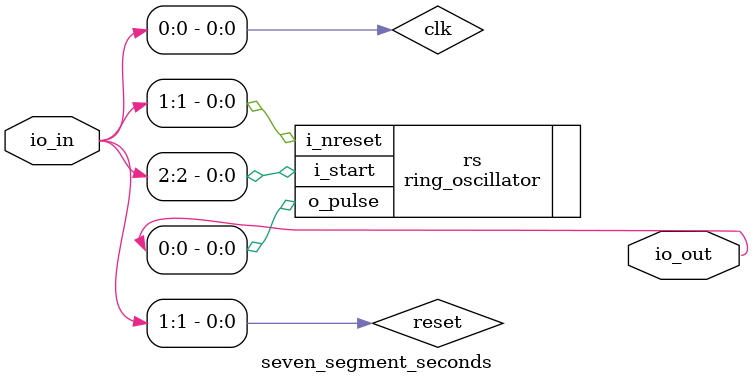
<source format=v>
`default_nettype none

module seven_segment_seconds #( parameter MAX_COUNT = 1000 ) (
  input [7:0] io_in,
  output [7:0] io_out
);
    
    wire clk = io_in[0];
    wire reset = io_in[1];

    ring_oscillator rs(
        .i_start(io_in[2]),
        .i_nreset(reset),
        .o_pulse(io_out[0])
    );
endmodule

</source>
